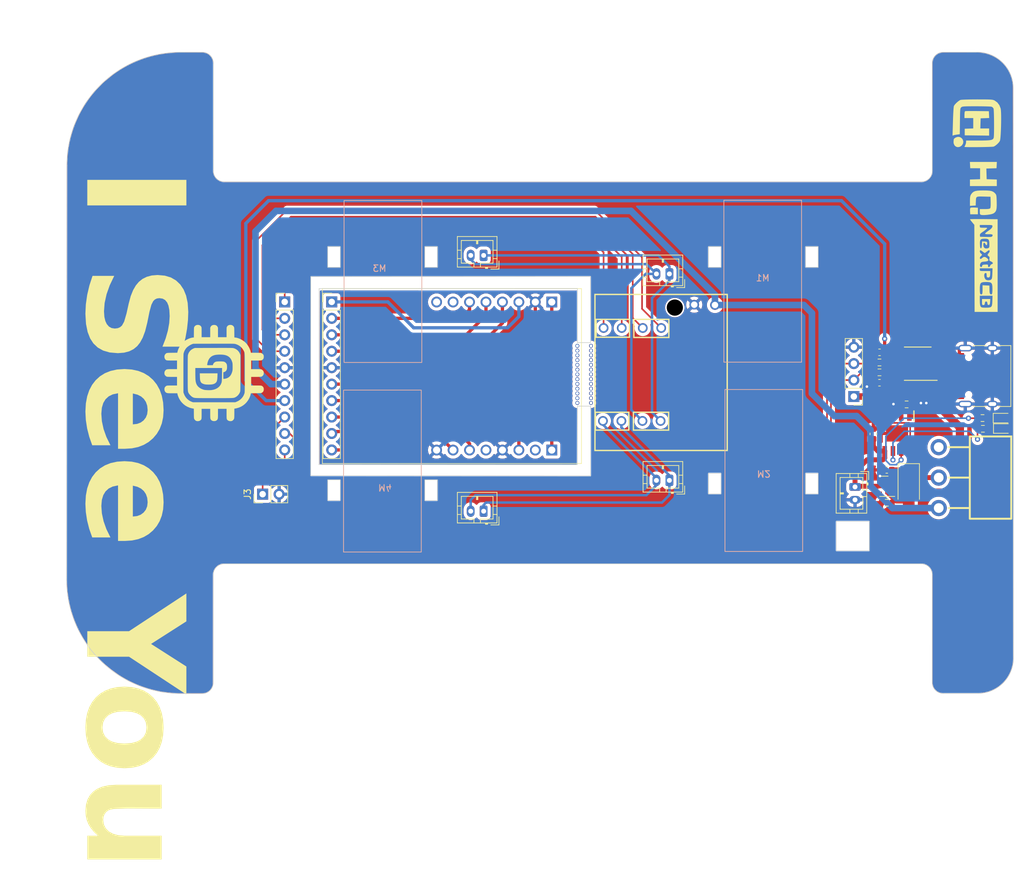
<source format=kicad_pcb>
(kicad_pcb (version 20240108) (generator "pcbnew") (generator_version "8.0")
  (layers (0 "F.Cu" signal) (31 "B.Cu" signal) (34 "B.Paste" user) (35 "F.Paste" user) (36 "B.SilkS" user "B.Silkscreen") (37 "F.SilkS" user "F.Silkscreen") (38 "B.Mask" user) (39 "F.Mask" user) (44 "Edge.Cuts" user))
  (net 0 "")
  (net 1 "Net-(D1-K)")
  (net 2 "GND")
  (net 3 "+BATT")
  (net 4 "Net-(U4-V3)")
  (net 5 "+3.3V")
  (net 6 "+5V")
  (net 7 "/IN4")
  (net 9 "/IN3")
  (net 10 "/IN2")
  (net 11 "/IN1")
  (net 12 "unconnected-(IC1-IO4-Pad1)")
  (net 13 "VBUS")
  (net 15 "/IN4a")
  (net 17 "/RX")
  (net 18 "/TX")
  (net 19 "Net-(IC2-PROG)")
  (net 20 "Net-(IC2-~{STDBY})")
  (net 21 "Net-(IC2-~{CHRG})")
  (net 23 "/D+")
  (net 24 "/D-")
  (net 28 "Net-(J4-Pin_1)")
  (net 29 "Net-(J4-Pin_2)")
  (net 30 "Net-(J5-Pin_1)")
  (net 31 "Net-(J5-Pin_2)")
  (net 32 "Net-(LED1-K)")
  (net 33 "Net-(LED2-K)")
  (net 34 "Net-(U4-RXD)")
  (net 35 "Net-(U4-TXD)")
  (net 41 "/IN3a")
  (net 42 "/IN2a")
  (net 43 "/IN1a")
  (net 44 "GND1")
  (net 45 "VDD")
  (net 46 "+3V3")
  (net 47 "/IO0")
  (net 48 "/RX1")
  (net 49 "/TX1")
  (net 50 "Net-(J3-Pin_1)")
  (footprint "Connector_JST:JST_PH_B2B-PH-K_1x02_P2.00mm_Vertical" (layer "F.Cu") (at 200.145 98.5625 -90)
    (property "Reference" "J2" (hide yes))
    (property "Value" " B2B-PH-SM4-TB(LF)(SN) ")
  )
  (footprint "ESP32-CAM:ESP32CAM" (layer "F.Cu") (at 137.9 81.45 -90)
    (property "Reference" "IC1" (hide yes))
    (property "Value" "ESP32-CAM" (hide yes))
  )
  (footprint "Connector_PinHeader_2.54mm:PinHeader_1x10_P2.54mm_Vertical" (layer "F.Cu") (at 119.34 70)
    (property "Reference" "J10" (hide yes))
    (property "Value" "Conn_01x10")
  )
  (footprint "LOGO" (layer "F.Cu") (at 101.18 81.03 -90)
    (property "Reference" "G***" (hide yes))
    (property "Value" "LOGO" (hide yes))
  )
  (footprint "Diode_SMD:D_SMA" (layer "F.Cu") (at 208.44 98.4925 -90)
    (property "Reference" "D1" (hide yes))
    (property "Value" "SS34")
  )
  (footprint "Connector_JST:JST_PH_B2B-PH-K_1x02_P2.00mm_Vertical" (layer "F.Cu") (at 142.8 102.32 180)
    (property "Reference" "J5" (hide yes))
    (property "Value" "Conn_01x02")
  )
  (footprint "tp4056:SOIC127P600X175-9N" (layer "F.Cu") (at 206.635 90.308 -90)
    (property "Reference" "IC2" (hide yes))
    (property "Value" "TP4056" (hide yes))
  )
  (footprint "Resistor_SMD:R_0603_1608Metric" (layer "F.Cu") (at 219.83 87.94 180)
    (property "Reference" "R1" (hide yes))
    (property "Value" "1.3K")
  )
  (footprint "Capacitor_SMD:C_0603_1608Metric" (layer "F.Cu") (at 203.93 77.79)
    (property "Reference" "C4" (hide yes))
    (property "Value" "0.1UF")
  )
  (footprint "Capacitor_SMD:C_0603_1608Metric" (layer "F.Cu") (at 202.975 90.388 90)
    (property "Reference" "C2" (hide yes))
    (property "Value" "10uF")
  )
  (footprint "Connector_JST:JST_PH_B2B-PH-K_1x02_P2.00mm_Vertical" (layer "F.Cu") (at 171.48 97.56 180)
    (property "Reference" "J7" (hide yes))
    (property "Value" "Conn_01x02")
  )
  (footprint "ch340k:ESSOP-10_3.9x4.9mm_P1.00mm" (layer "F.Cu") (at 209.83 79.54 180)
    (property "Reference" "U4" (hide yes))
    (property "Value" "ch340k")
  )
  (footprint "Capacitor_SMD:C_0603_1608Metric" (layer "F.Cu") (at 203.92 82.48)
    (property "Reference" "C3" (hide yes))
    (property "Value" "0.1uf")
  )
  (footprint "Connector_JST:JST_PH_B2B-PH-K_1x02_P2.00mm_Vertical" (layer "F.Cu") (at 142.8 62.82 180)
    (property "Reference" "J6" (hide yes))
    (property "Value" "Conn_01x02")
  )
  (footprint "LOGO" (layer "F.Cu") (at 218.99 55.16 -90)
    (property "Reference" "G***" (hide yes))
    (property "Value" "LOGO" (hide yes))
  )
  (footprint "Package_TO_SOT_SMD:SOT-23" (layer "F.Cu") (at 204.6025 98.47 180)
    (property "Reference" "U3" (hide yes))
    (property "Value" "AO3041")
  )
  (footprint "LED_SMD:LED_0603_1608Metric" (layer "F.Cu") (at 222.97 87.94)
    (property "Reference" "LED1" (hide yes))
    (property "Value" "CHG")
  )
  (footprint "Connector_PinHeader_2.54mm:PinHeader_1x04_P2.54mm_Vertical" (layer "F.Cu") (at 199.96 84.61 180)
    (property "Reference" "J8" (hide yes))
    (property "Value" "UART")
  )
  (footprint "Connector_PinHeader_2.54mm:PinHeader_1x10_P2.54mm_Vertical" (layer "F.Cu") (at 112.08 70)
    (property "Reference" "J9" (hide yes))
    (property "Value" "Conn_01x10")
  )
  (footprint "Connector_USB:USB_C_Receptacle_HRO_TYPE-C-31-M-12" (layer "F.Cu") (at 220.3 81.45 90)
    (property "Reference" "J1" (hide yes))
    (property "Value" "USB_C_Receptacle_USB2.0")
  )
  (footprint "Connector_PinHeader_2.54mm:PinHeader_1x02_P2.54mm_Vertical" (layer "F.Cu") (at 108.675 99.69 90)
    (property "Reference" "J3")
    (property "Value" "Conn_01x02")
  )
  (footprint "Capacitor_SMD:C_0603_1608Metric" (layer "F.Cu") (at 205.05 95.94 180)
    (property "Reference" "C1" (hide yes))
    (property "Value" "10u")
  )
  (footprint "Resistor_SMD:R_0603_1608Metric" (layer "F.Cu") (at 208.11 85.828)
    (property "Reference" "Rprog1" (hide yes))
    (property "Value" "1.2K")
  )
  (footprint "Resistor_SMD:R_0603_1608Metric" (layer "F.Cu") (at 203.92 80.88)
    (property "Reference" "R3" (hide yes))
    (property "Value" "1K")
  )
  (footprint "LED_SMD:LED_0603_1608Metric" (layer "F.Cu") (at 223.01 89.55)
    (property "Reference" "LED2" (hide yes))
    (property "Value" "CHG")
  )
  (footprint "Resistor_SMD:R_0603_1608Metric" (layer "F.Cu") (at 219.89 89.59 180)
    (property "Reference" "R2" (hide yes))
    (property "Value" "1.3K")
  )
  (footprint "mx1508:MX1508 Module" (layer "F.Cu") (at 180.52 81.43 180)
    (property "Reference" "U1" (hide yes))
    (property "Value" "MX1508")
  )
  (footprint "Connector_JST:JST_PH_B2B-PH-K_1x02_P2.00mm_Vertical" (layer "F.Cu") (at 171.48 65.68 180)
    (property "Reference" "J4" (hide yes))
    (property "Value" "Conn_01x02")
  )
  (footprint "Slide switch:SlideSwitch12mm3A" (layer "F.Cu") (at 213.0675 97.13 -90)
    (property "Reference" "SW1" (hide yes))
    (property "Value" "SW_SPDT")
  )
  (footprint "Resistor_SMD:R_0603_1608Metric" (layer "F.Cu") (at 205.05 101.01 180)
    (property "Reference" "U2" (hide yes))
    (property "Value" "100K")
  )
  (footprint "Resistor_SMD:R_0603_1608Metric" (layer "F.Cu") (at 203.92 79.35)
    (property "Reference" "R4" (hide yes))
    (property "Value" "1K")
  )
  (footprint "N20:N20" (layer "B.Cu") (at 185.89 66.81 180)
    (property "Reference" "M1")
    (property "Value" "~")
  )
  (footprint "N20:N20" (layer "B.Cu") (at 127.25 66.85 180)
    (property "Reference" "M3")
    (property "Value" "~")
  )
  (footprint "N20:N20" (layer "B.Cu") (at 186.06 96.03)
    (property "Reference" "M2")
    (property "Value" "~")
  )
  (footprint "N20:N20" (layer "B.Cu") (at 127.17 96.12)
    (property "Reference" "M4")
    (property "Value" "~")
  )
  (gr_line (start 210.392061 110.447939) (end 102.727939 110.447939) (stroke (width 0.1)) (layer "Edge.Cuts"))
  (gr_arc (start 99.38 31.45) (mid 100.567939 31.942061) (end 101.06 33.13) (stroke (width 0.1)) (layer "Edge.Cuts"))
  (gr_line (start 117.38 95.11) (end 157.25 95.13) (stroke (width 0.1)) (layer "Edge.Cuts"))
  (gr_line (start 157.26 67.94) (end 117.4 67.95) (stroke (width 0.1)) (layer "Edge.Cuts"))
  (gr_arc (start 212.072061 49.772061) (mid 211.58 50.96) (end 210.392061 51.452061) (stroke (width 0.1)) (layer "Edge.Cuts"))
  (gr_line (start 159.33 86.1) (end 159.33 96.58) (stroke (width 0.1)) (layer "Edge.Cuts"))
  (gr_rect (start 118.72 61.45) (end 120.67 64.67) (stroke (width 0.1)) (fill none) (layer "Edge.Cuts"))
  (gr_rect (start 192.5 61.45) (end 194.45 64.67) (stroke (width 0.1)) (fill none) (layer "Edge.Cuts"))
  (gr_line (start 224.61 124.73402) (end 224.58 37.002705) (stroke (width 0.1)) (layer "Edge.Cuts"))
  (gr_rect (start 118.72 97.47) (end 120.67 100.69) (stroke (width 0.1)) (fill none) (layer "Edge.Cuts"))
  (gr_line (start 116.09 96.85) (end 116.09 96.58) (stroke (width 0.1)) (layer "Edge.Cuts"))
  (gr_line (start 101.06 33.13) (end 101.067939 49.772061) (stroke (width 0.1)) (layer "Edge.Cuts"))
  (gr_line (start 116.11 66.38) (end 116.11 66.08) (stroke (width 0.1)) (layer "Edge.Cuts"))
  (gr_arc (start 224.61 124.73402) (mid 223.082717 128.761584) (end 219.12 130.45) (stroke (width 0.1)) (layer "Edge.Cuts"))
  (gr_line (start 157.26 67.94) (end 157.26 76.29) (stroke (width 0.1)) (layer "Edge.Cuts"))
  (gr_line (start 157.27 86.1) (end 157.25 95.13) (stroke (width 0.1)) (layer "Edge.Cuts"))
  (gr_arc (start 213.747939 130.452061) (mid 212.56 129.96) (end 212.067939 128.772061) (stroke (width 0.1)) (layer "Edge.Cuts"))
  (gr_line (start 117.4 67.95) (end 117.38 95.11) (stroke (width 0.1)) (layer "Edge.Cuts"))
  (gr_line (start 159.32 76.29) (end 157.26 76.29) (stroke (width 0.1)) (layer "Edge.Cuts"))
  (gr_line (start 159.33 86.1) (end 157.27 86.1) (stroke (width 0.1)) (layer "Edge.Cuts"))
  (gr_line (start 95.949999 31.450001) (end 99.38 31.45) (stroke (width 0.1)) (layer "Edge.Cuts"))
  (gr_line (start 219.12 130.45) (end 213.747939 130.452061) (stroke (width 0.1)) (layer "Edge.Cuts"))
  (gr_rect (start 177.5 61.45) (end 179.45 64.67) (stroke (width 0.1)) (fill none) (layer "Edge.Cuts"))
  (gr_arc (start 101.047939 112.127939) (mid 101.54 110.94) (end 102.727939 110.447939) (stroke (width 0.1)) (layer "Edge.Cuts"))
  (gr_line (start 78.440001 48.979869) (end 78.4 112.83) (stroke (width 0.1)) (layer "Edge.Cuts"))
  (gr_line (start 218.794613 31.446008) (end 213.747939 31.447939) (stroke (width 0.1)) (layer "Edge.Cuts"))
  (gr_arc (start 101.042061 128.802061) (mid 100.55 129.99) (end 99.362061 130.482061) (stroke (width 0.1)) (layer "Edge.Cuts"))
  (gr_line (start 101.047939 112.127939) (end 101.042061 128.802061) (stroke (width 0.1)) (layer "Edge.Cuts"))
  (gr_arc (start 212.067939 33.127939) (mid 212.56 31.94) (end 213.747939 31.447939) (stroke (width 0.1)) (layer "Edge.Cuts"))
  (gr_line (start 159.33 96.58) (end 159.33 96.88) (stroke (width 0.1)) (layer "Edge.Cuts"))
  (gr_arc (start 210.392061 110.447939) (mid 211.58 110.94) (end 212.072061 112.127939) (stroke (width 0.1)) (layer "Edge.Cuts"))
  (gr_rect (start 133.72 61.45) (end 135.67 64.67) (stroke (width 0.1)) (fill none) (layer "Edge.Cuts"))
  (gr_line (start 210.392061 51.452061) (end 102.747939 51.452061) (stroke (width 0.1)) (layer "Edge.Cuts"))
  (gr_line (start 116.11 66.08) (end 159.01 66.06) (stroke (width 0.1)) (layer "Edge.Cuts"))
  (gr_line (start 159.01 66.06) (end 159.31 66.06) (stroke (width 0.1)) (layer "Edge.Cuts"))
  (gr_arc (start 78.440001 48.979869) (mid 83.564465 36.588515) (end 95.949999 31.450001) (stroke (width 0.1)) (layer "Edge.Cuts"))
  (gr_arc (start 96.069964 130.48001) (mid 83.579549 125.314571) (end 78.4 112.83) (stroke (width 0.1)) (layer "Edge.Cuts"))
  (gr_rect (start 192.5 96.44) (end 194.45 99.66) (stroke (width 0.1)) (fill none) (layer "Edge.Cuts"))
  (gr_arc (start 218.794613 31.446008) (mid 222.871086 32.991858) (end 224.58 37.002705) (stroke (width 0.1)) (layer "Edge.Cuts"))
  (gr_line (start 212.067939 128.772061) (end 212.072061 112.127939) (stroke (width 0.1)) (layer "Edge.Cuts"))
  (gr_rect (start 177.5 96.44) (end 179.45 99.66) (stroke (width 0.1)) (fill none) (layer "Edge.Cuts"))
  (gr_line (start 116.11 66.38) (end 116.09 96.58) (stroke (width 0.1)) (layer "Edge.Cuts"))
  (gr_rect (start 197.23 103.86) (end 202.36 108.45) (stroke (width 0.1)) (fill none) (layer "Edge.Cuts"))
  (gr_line (start 159.31 66.06) (end 159.32 76.29) (stroke (width 0.1)) (layer "Edge.Cuts"))
  (gr_rect (start 133.72 97.47) (end 135.67 100.69) (stroke (width 0.1)) (fill none) (layer "Edge.Cuts"))
  (gr_line (start 212.067939 33.127939) (end 212.072061 49.772061) (stroke (width 0.1)) (layer "Edge.Cuts"))
  (gr_arc (start 102.747939 51.452061) (mid 101.56 50.96) (end 101.067939 49.772061) (stroke (width 0.1)) (layer "Edge.Cuts"))
  (gr_line (start 159.33 96.88) (end 116.09 96.85) (stroke (width 0.1)) (layer "Edge.Cuts"))
  (gr_line (start 99.362061 130.482061) (end 96.069964 130.48001) (stroke (width 0.1)) (layer "Edge.Cuts"))
  (gr_text "I See You" (at 79.05 49.23 270) (layer "F.SilkS") (effects (font (size 15 15) (thickness 0.2) (bold yes) (italic yes)) (justify left bottom)))
  (via (at 157.27 79.725) (size 0.6) (drill 0.4) (layers "F.Cu" "B.Cu") (net 0))
  (via (at 157.27 85.605) (size 0.6) (drill 0.4) (layers "F.Cu" "B.Cu") (net 0))
  (via (at 159.38 81.19) (size 0.6) (drill 0.4) (layers "F.Cu" "B.Cu") (net 0))
  (via (at 157.27 81.93) (size 0.6) (drill 0.4) (layers "F.Cu" "B.Cu") (net 0))
  (via (at 159.38 83.395) (size 0.6) (drill 0.4) (layers "F.Cu" "B.Cu") (net 0))
  (via (at 159.38 81.925) (size 0.6) (drill 0.4) (layers "F.Cu" "B.Cu") (net 0))
  (via (at 159.38 80.455) (size 0.6) (drill 0.4) (layers "F.Cu" "B.Cu") (net 0))
  (via (at 159.38 84.865) (size 0.6) (drill 0.4) (layers "F.Cu" "B.Cu") (net 0))
  (via (at 157.27 83.4) (size 0.6) (drill 0.4) (layers "F.Cu" "B.Cu") (net 0))
  (via (at 157.27 81.195) (size 0.6) (drill 0.4) (layers "F.Cu" "B.Cu") (net 0))
  (via (at 159.38 79.72) (size 0.6) (drill 0.4) (layers "F.Cu" "B.Cu") (net 0))
  (via (at 159.38 84.13) (size 0.6) (drill 0.4) (layers "F.Cu" "B.Cu") (net 0))
  (via (at 159.38 76.78) (size 0.6) (drill 0.4) (layers "F.Cu" "B.Cu") (net 0))
  (via (at 157.27 80.46) (size 0.6) (drill 0.4) (layers "F.Cu" "B.Cu") (net 0))
  (via (at 159.38 77.515) (size 0.6) (drill 0.4) (layers "F.Cu" "B.Cu") (net 0))
  (via (at 157.27 76.785) (size 0.6) (drill 0.4) (layers "F.Cu" "B.Cu") (net 0))
  (via (at 157.27 78.255) (size 0.6) (drill 0.4) (layers "F.Cu" "B.Cu") (net 0))
  (via (at 157.27 82.665) (size 0.6) (drill 0.4) (layers "F.Cu" "B.Cu") (net 0))
  (via (at 159.38 78.985) (size 0.6) (drill 0.4) (layers "F.Cu" "B.Cu") (net 0))
  (via (at 157.27 77.52) (size 0.6) (drill 0.4) (layers "F.Cu" "B.Cu") (net 0))
  (via (at 157.27 78.99) (size 0.6) (drill 0.4) (layers "F.Cu" "B.Cu") (net 0))
  (via (at 159.38 82.66) (size 0.6) (drill 0.4) (layers "F.Cu" "B.Cu") (net 0))
  (via (at 159.38 85.6) (size 0.6) (drill 0.4) (layers "F.Cu" "B.Cu") (net 0))
  (via (at 159.38 78.25) (size 0.6) (drill 0.4) (layers "F.Cu" "B.Cu") (net 0))
  (via (at 157.27 84.87) (size 0.6) (drill 0.4) (layers "F.Cu" "B.Cu") (net 0))
  (via (at 157.27 84.135) (size 0.6) (drill 0.4) (layers "F.Cu" "B.Cu") (net 0))
  (segment (start 205.54 96.225) (end 205.825 95.94) (width 0.762) (layer "F.Cu") (net 1))
  (segment (start 209.0775 97.13) (end 213.0675 97.13) (width 0.762) (layer "F.Cu") (net 1))
  (segment (start 205.825 95.94) (end 207.8875 95.94) (width 0.762) (layer "F.Cu") (net 1))
  (segment (start 207.8875 95.94) (end 208.44 96.4925) (width 0.762) (layer "F.Cu") (net 1))
  (segment (start 208.44 96.4925) (end 209.0775 97.13) (width 0.762) (layer "F.Cu") (net 1))
  (segment (start 205.54 97.52) (end 205.54 96.225) (width 0.762) (layer "F.Cu") (net 1))
  (via (at 211.15 85.62) (size 0.8) (drill 0.4) (layers "F.Cu" "B.Cu") (net 2))
  (via (at 210.32 85.62) (size 0.8) (drill 0.4) (layers "F.Cu" "B.Cu") (net 2))
  (via (at 204 96.89) (size 0.8) (drill 0.4) (layers "F.Cu" "B.Cu") (net 2))
  (via (at 201.98 83.08) (size 0.8) (drill 0.4) (layers "F.Cu" "B.Cu") (net 2))
  (via (at 206.08 85.78) (size 0.8) (drill 0.4) (layers "F.Cu" "B.Cu") (net 2))
  (segment (start 202.975 92.335) (end 202.975 91.163) (width 0.762) (layer "F.Cu") (net 3))
  (segment (start 204.73 94.1) (end 204.73 93.02) (width 0.762) (layer "F.Cu") (net 3))
  (segment (start 204.45 94.38) (end 204.73 94.1) (width 0.762) (layer "F.Cu") (net 3))
  (segment (start 203.665 98.47) (end 200.2375 98.47) (width 0.762) (layer "F.Cu") (net 3))
  (segment (start 204.73 93.02) (end 203.66 93.02) (width 0.762) (layer "F.Cu") (net 3))
  (segment (start 203.66 93.02) (end 202.975 92.335) (width 0.762) (layer "F.Cu") (net 3))
  (segment (start 200.145 98.5625) (end 200.145 96.245) (width 0.762) (layer "F.Cu") (net 3))
  (segment (start 202.01 94.38) (end 204.45 94.38) (width 0.762) (layer "F.Cu") (net 3))
  (segment (start 200.145 96.245) (end 202.01 94.38) (width 0.762) (layer "F.Cu") (net 3))
  (segment (start 200.2375 98.47) (end 200.145 98.5625) (width 0.762) (layer "F.Cu") (net 3))
  (segment (start 207.28 81.54) (end 206.5 81.54) (width 0.25) (layer "F.Cu") (net 4))
  (segment (start 206.5 81.54) (end 205.56 82.48) (width 0.25) (layer "F.Cu") (net 4))
  (segment (start 205.56 82.48) (end 204.695 82.48) (width 0.25) (layer "F.Cu") (net 4))
  (segment (start 204.72 75.69) (end 204.72 77.775) (width 0.508) (layer "F.Cu") (net 5))
  (segment (start 205.2 77.79) (end 205.95 78.54) (width 0.508) (layer "F.Cu") (net 5))
  (segment (start 204.72 77.775) (end 204.705 77.79) (width 0.508) (layer "F.Cu") (net 5))
  (segment (start 205.95 78.54) (end 207.28 78.54) (width 0.508) (layer "F.Cu") (net 5))
  (segment (start 204.705 77.79) (end 205.2 77.79) (width 0.508) (layer "F.Cu") (net 5))
  (via (at 204.72 75.69) (size 0.8) (drill 0.4) (layers "F.Cu" "B.Cu") (net 5))
  (segment (start 106.08 57.88) (end 109.59 54.37) (width 0.508) (layer "B.Cu") (net 5))
  (segment (start 106.08 82.11) (end 106.08 57.88) (width 0.508) (layer "B.Cu") (net 5))
  (segment (start 109.21 85.24) (end 106.08 82.11) (width 0.508) (layer "B.Cu") (net 5))
  (segment (start 109.59 54.37) (end 198.05 54.37) (width 0.508) (layer "B.Cu") (net 5))
  (segment (start 112.08 85.24) (end 109.21 85.24) (width 0.508) (layer "B.Cu") (net 5))
  (segment (start 198.05 54.37) (end 204.72 61.04) (width 0.508) (layer "B.Cu") (net 5))
  (segment (start 204.72 61.04) (end 204.72 75.69) (width 0.508) (layer "B.Cu") (net 5))
  (segment (start 218.32 80.31) (end 218.32 81.26) (width 0.381) (layer "F.Cu") (net 6))
  (segment (start 204.73 87.596) (end 204.73 86.01) (width 0.635) (layer "F.Cu") (net 6))
  (segment (start 205.405 88.6835) (end 204.73 88.0085) (width 0.25) (layer "F.Cu") (net 6))
  (segment (start 223.7575 89.51) (end 223.7975 89.55) (width 0.381) (layer "F.Cu") (net 6))
  (segment (start 223.76 87.9375) (end 223.7575 87.94) (width 0.381) (layer "F.Cu") (net 6))
  (segment (start 208.661 92.899) (end 208.661 88.871) (width 0.25) (layer "F.Cu") (net 6))
  (segment (start 206.6125 100.4925) (end 205.54 99.42) (width 1.27) (layer "F.Cu") (net 6))
  (segment (start 216.255 79) (end 217.01 79) (width 0.381) (layer "F.Cu") (net 6))
  (segment (start 209.4825 99.45) (end 208.44 100.4925) (width 1.27) (layer "F.Cu") (net 6))
  (segment (start 216.34 89.37) (end 216.34 98.24) (width 1.27) (layer "F.Cu") (net 6))
  (segment (start 218.32 81.26) (end 218.41 81.17) (width 0.381) (layer "F.Cu") (net 6))
  (segment (start 222.2 81.17) (end 223.76 82.73) (width 0.381) (layer "F.Cu") (net 6))
  (segment (start 215.13 99.45) (end 209.4825 99.45) (width 1.27) (layer "F.Cu") (net 6))
  (segment (start 218.41 81.17) (end 222.2 81.17) (width 0.381) (layer "F.Cu") (net 6))
  (segment (start 223.76 82.73) (end 223.76 87.9375) (width 0.381) (layer "F.Cu") (net 6))
  (segment (start 204.73 88.0085) (end 204.73 87.596) (width 0.25) (layer "F.Cu") (net 6))
  (segment (start 203.33 84.61) (end 199.96 84.61) (width 1.016) (layer "F.Cu") (net 6))
  (segment (start 204.73 87.596) (end 204.73 84.95) (width 1.016) (layer "F.Cu") (net 6))
  (segment (start 208.44 100.4925) (end 206.6125 100.4925) (width 1.27) (layer "F.Cu") (net 6))
  (segment (start 218.32 81.26) (end 218.32 82.63742) (width 0.381) (layer "F.Cu") (net 6))
  (segment (start 205.875 99.755) (end 205.54 99.42) (width 0.25) (layer "F.Cu") (net 6))
  (segment (start 205.875 101.01) (end 205.875 99.755) (width 0.25) (layer "F.Cu") (net 6))
  (segment (start 205.78 83.9) (end 213.35 83.9) (width 1.27) (layer "F.Cu") (net 6))
  (segment (start 218.32 82.63742) (end 217.05742 83.9) (width 0.381) (layer "F.Cu") (net 6))
  (segment (start 208.54 93.02) (end 208.661 92.899) (width 0.25) (layer "F.Cu") (net 6))
  (segment (start 208.661 88.871) (end 208.4735 88.6835) (width 0.25) (layer "F.Cu") (net 6))
  (segment (start 213.35 83.9) (end 213.35 86.38) (width 1.27) (layer "F.Cu") (net 6))
  (segment (start 216.34 98.24) (end 215.13 99.45) (width 1.27) (layer "F.Cu") (net 6))
  (segment (start 217.01 79) (end 218.32 80.31) (width 0.381) (layer "F.Cu") (net 6))
  (segment (start 204.73 84.95) (end 205.78 83.9) (width 1.27) (layer "F.Cu") (net 6))
  (segment (start 213.35 86.38) (end 216.34 89.37) (width 1.27) (layer "F.Cu") (net 6))
  (segment (start 217.05742 83.9) (end 216.255 83.9) (width 0.381) (layer "F.Cu") (net 6))
  (segment (start 213.35 83.9) (end 216.255 83.9) (width 0.5842) (layer "F.Cu") (net 6))
  (segment (start 208.4735 88.6835) (end 205.405 88.6835) (width 0.25) (layer "F.Cu") (net 6))
  (segment (start 204.73 86.01) (end 203.33 84.61) (width 1.016) (layer "F.Cu") (net 6))
  (segment (start 223.7575 87.94) (end 223.7575 89.51) (width 0.381) (layer "F.Cu") (net 6))
  (segment (start 161.32 62.35) (end 161.32 74.03) (width 0.25) (layer "F.Cu") (net 7))
  (segment (start 112.08 70) (end 112.08 61.97) (width 0.25) (layer "F.Cu") (net 7))
  (segment (start 114.68 59.37) (end 158.34 59.37) (width 0.25) (layer "F.Cu") (net 7))
  (segment (start 158.34 59.37) (end 161.32 62.35) (width 0.25) (layer "F.Cu") (net 7))
  (segment (start 112.08 61.97) (end 114.68 59.37) (width 0.25) (layer "F.Cu") (net 7))
  (segment (start 113.49 58.11) (end 159.17 58.11) (width 0.25) (layer "F.Cu") (net 9))
  (segment (start 112.08 72.54) (end 110.5 72.54) (width 0.25) (layer "F.Cu") (net 9))
  (segment (start 159.17 58.11) (end 164.12 63.06) (width 0.25) (layer "F.Cu") (net 9))
  (segment (start 164.12 63.06) (end 164.12 74.03) (width 0.25) (layer "F.Cu") (net 9))
  (segment (start 110.5 72.54) (end 109.49 71.53) (width 0.25) (layer "F.Cu") (net 9))
  (segment (start 109.49 71.53) (end 109.49 62.11) (width 0.25) (layer "F.Cu") (net 9))
  (segment (start 109.49 62.11) (end 113.49 58.11) (width 0.25) (layer "F.Cu") (net 9))
  (segment (start 113.05 56.84) (end 160.05 56.84) (width 0.25) (layer "F.Cu") (net 10))
  (segment (start 160.05 56.84) (end 165.82 62.61) (width 0.25) (layer "F.Cu") (net 10))
  (segment (start 165.82 62.61) (end 165.82 72.48) (width 0.25) (layer "F.Cu") (net 10))
  (segment (start 108.64 74.28) (end 108.64 61.25) (width 0.25) (layer "F.Cu") (net 10))
  (segment (start 109.44 75.08) (end 108.64 74.28) (width 0.25) (layer "F.Cu") (net 10))
  (segment (start 112.08 75.08) (end 109.44 75.08) (width 0.25) (layer "F.Cu") (net 10))
  (segment (start 165.82 72.48) (end 167.37 74.03) (width 0.25) (layer "F.Cu") (net 10))
  (segment (start 108.64 61.25) (end 113.05 56.84) (width 0.25) (layer "F.Cu") (net 10))
  (segment (start 112.08 77.62) (end 109.61 77.62) (width 0.25) (layer "F.Cu") (net 11))
  (segment (start 112.47 55.77) (end 159.91 55.77) (width 0.25) (layer "F.Cu") (net 11))
  (segment (start 167.26 63.12) (end 167.26 71.07) (width 0.25) (layer "F.Cu") (net 11))
  (segment (start 109.61 77.62) (end 107.66 75.67) (width 0.25) (layer "F.Cu") (net 11))
  (segment (start 159.91 55.77) (end 167.26 63.12) (width 0.25) (layer "F.Cu") (net 11))
  (segment (start 107.66 75.67) (end 107.66 60.58) (width 0.25) (layer "F.Cu") (net 11))
  (segment (start 107.66 60.58) (end 112.47 55.77) (width 0.25) (layer "F.Cu") (net 11))
  (segment (start 167.26 71.07) (end 170.22 74.03) (width 0.25) (layer "F.Cu") (net 11))
  (segment (start 135.52 70) (end 135.54 70.02) (width 0.25) (layer "F.Cu") (net 12))
  (segment (start 178.52 68.92) (end 165.55 55.95) (width 1.016) (layer "B.Cu") (net 13))
  (segment (start 109.97 82.7) (end 112.08 82.7) (width 1.016) (layer "B.Cu") (net 13))
  (segment (start 107.57 80.3) (end 109.97 82.7) (width 1.016) (layer "B.Cu") (net 13))
  (segment (start 200.39 87.63) (end 196.97 87.63) (width 1.016) (layer "B.Cu") (net 13))
  (segment (start 107.57 59.12) (end 107.57 80.3) (width 1.016) (layer "B.Cu") (net 13))
  (segment (start 202.53 98.45) (end 202.53 89.77) (width 1.016) (layer "B.Cu") (net 13))
  (segment (start 110.74 55.95) (end 107.57 59.12) (width 1.016) (layer "B.Cu") (net 13))
  (segment (start 178.52 70.48) (end 178.52 68.92) (width 1.016) (layer "B.Cu") (net 13))
  (segment (start 192.24 70.48) (end 178.52 70.48) (width 1.016) (layer "B.Cu") (net 13))
  (segment (start 196.97 87.63) (end 193.49 84.15) (width 1.016) (layer "B.Cu") (net 13))
  (segment (start 193.49 84.15) (end 193.49 71.73) (width 1.016) (layer "B.Cu") (net 13))
  (segment (start 165.55 55.95) (end 110.74 55.95) (width 1.016) (layer "B.Cu") (net 13))
  (segment (start 213.0675 101.83) (end 205.91 101.83) (width 1.016) (layer "B.Cu") (net 13))
  (segment (start 202.53 89.77) (end 200.39 87.63) (width 1.016) (layer "B.Cu") (net 13))
  (segment (start 193.49 71.73) (end 192.24 70.48) (width 1.016) (layer "B.Cu") (net 13))
  (segment (start 205.91 101.83) (end 202.53 98.45) (width 1.016) (layer "B.Cu") (net 13))
  (segment (start 128 70) (end 132 74) (width 0.508) (layer "B.Cu") (net 15))
  (segment (start 119.34 70) (end 128 70) (width 0.508) (layer "B.Cu") (net 15))
  (segment (start 148.24 72.26) (end 148.24 70.02) (width 0.508) (layer "B.Cu") (net 15))
  (segment (start 132 74) (end 146.5 74) (width 0.508) (layer "B.Cu") (net 15))
  (segment (start 146.5 74) (end 148.24 72.26) (width 0.508) (layer "B.Cu") (net 15))
  (segment (start 196.75 79.53) (end 199.96 79.53) (width 0.25) (layer "F.Cu") (net 17))
  (segment (start 202.915 79.53) (end 203.095 79.35) (width 0.25) (layer "F.Cu") (net 17))
  (segment (start 113.81 91.28) (end 113.81 100.63) (width 0.25) (layer "F.Cu") (net 17))
  (segment (start 112.85 90.32) (end 113.81 91.28) (width 0.25) (layer "F.Cu") (net 17))
  (segment (start 177.86 106.38) (end 195.82 88.42) (width 0.25) (layer "F.Cu") (net 17))
  (segment (start 199.96 79.53) (end 202.915 79.53) (width 0.25) (layer "F.Cu") (net 17))
  (segment (start 113.81 100.63) (end 119.56 106.38) (width 0.25) (layer "F.Cu") (net 17))
  (segment (start 119.56 106.38) (end 177.86 106.38) (width 0.25) (layer "F.Cu") (net 17))
  (segment (start 195.82 88.42) (end 195.82 80.46) (width 0.25) (layer "F.Cu") (net 17))
  (segment (start 112.08 90.32) (end 112.85 90.32) (width 0.25) (layer "F.Cu") (net 17))
  (segment (start 195.82 80.46) (end 196.75 79.53) (width 0.25) (layer "F.Cu") (net 17))
  (segment (start 197.59 82.07) (end 199.96 82.07) (width 0.25) (layer "F.Cu") (net 18))
  (segment (start 112.08 92.86) (end 112.08 95.28) (width 0.25) (layer "F.Cu") (net 18))
  (segment (start 119.703604 107.16) (end 178.03 107.16) (width 0.25) (layer "F.Cu") (net 18))
  (segment (start 178.03 107.16) (end 196.43 88.76) (width 0.25) (layer "F.Cu") (net 18))
  (segment (start 113.12 100.576396) (end 119.703604 107.16) (width 0.25) (layer "F.Cu") (net 18))
  (segment (start 113.12 96.32) (end 113.12 100.576396) (width 0.25) (layer "F.Cu") (net 18))
  (segment (start 203.095 80.88) (end 201.15 80.88) (width 0.25) (layer "F.Cu") (net 18))
  (segment (start 196.43 83.23) (end 197.59 82.07) (width 0.25) (layer "F.Cu") (net 18))
  (segment (start 196.43 88.76) (end 196.43 83.23) (width 0.25) (layer "F.Cu") (net 18))
  (segment (start 112.08 95.28) (end 113.12 96.32) (width 0.25) (layer "F.Cu") (net 18))
  (segment (start 201.15 80.88) (end 199.96 82.07) (width 0.25) (layer "F.Cu") (net 18))
  (segment (start 207.285 85.828) (end 207.285 87.581) (width 0.25) (layer "F.Cu") (net 19))
  (segment (start 207.285 87.581) (end 207.27 87.596) (width 0.25) (layer "F.Cu") (net 19))
  (segment (start 219.06 89.595) (end 219.065 89.59) (width 0.25) (layer "F.Cu") (net 20))
  (segment (start 206 93.02) (end 206 94.41) (width 0.25) (layer "F.Cu") (net 20))
  (segment (start 219.06 91.21) (end 219.06 89.595) (width 0.25) (layer "F.Cu") (net 20))
  (via (at 219.06 91.21) (size 0.8) (drill 0.4) (layers "F.Cu" "B.Cu") (net 20))
  (via (at 206 94.41) (size 0.8) (drill 0.4) (layers "F.Cu" "B.Cu") (net 20))
  (segment (start 207.75 89.98) (end 217.83 89.98) (width 0.25) (layer "B.Cu") (net 20))
  (segment (start 217.83 89.98) (end 219.06 91.21) (width 0.25) (layer "B.Cu") (net 20))
  (segment (start 206 94.41) (end 206 91.73) (width 0.25) (layer "B.Cu") (net 20))
  (segment (start 206 91.73) (end 207.75 89.98) (width 0.25) (layer "B.Cu") (net 20))
  (segment (start 218.985 87.96) (end 219.005 87.94) (width 0.25) (layer "F.Cu") (net 21))
  (segment (start 217.66 87.96) (end 218.985 87.96) (width 0.25) (layer "F.Cu") (net 21))
  (segment (start 207.27 94.39) (end 207.26 94.4) (width 0.25) (layer "F.Cu") (net 21))
  (segment (start 207.27 93.02) (end 207.27 94.39) (width 0.25) (layer "F.Cu") (net 21))
  (via (at 217.66 87.96) (size 0.8) (drill 0.4) (layers "F.Cu" "B.Cu") (net 21))
  (via (at 207.26 94.4) (size 0.8) (drill 0.4) (layers "F.Cu" "B.Cu") (net 21))
  (segment (start 204.91 94.49) (end 204.91 90.75) (width 0.25) (layer "B.Cu") (net 21))
  (segment (start 204.91 90.75) (end 207.7 87.96) (width 0.25) (layer "B.Cu") (net 21))
  (segment (start 205.555 95.135) (end 204.97 94.55) (width 0.25) (layer "B.Cu") (net 21))
  (segment (start 204.97 94.55) (end 204.91 94.49) (width 0.25) (layer "B.Cu") (net 21))
  (segment (start 206.525 95.135) (end 205.555 95.135) (width 0.25) (layer "B.Cu") (net 21))
  (segment (start 207.26 94.4) (end 206.525 95.135) (width 0.25) (layer "B.Cu") (net 21))
  (segment (start 207.7 87.96) (end 217.66 87.96) (width 0.25) (layer "B.Cu") (net 21))
  (segment (start 212.54 81.7) (end 212.38 81.54) (width 0.2) (layer "F.Cu") (net 23))
  (segment (start 217.35 81.7) (end 216.255 81.7) (width 0.2) (layer "F.Cu") (net 23))
  (segment (start 217.53 81.52) (end 217.35 81.7) (width 0.2) (layer "F.Cu") (net 23))
  (segment (start 216.255 80.7) (end 217.29 80.7) (width 0.2) (layer "F.Cu") (net 23))
  (segment (start 217.53 80.94) (end 217.53 81.52) (width 0.2) (layer "F.Cu") (net 23))
  (segment (start 217.29 80.7) (end 217.53 80.94) (width 0.2) (layer "F.Cu") (net 23))
  (segment (start 216.255 81.7) (end 212.54 81.7) (width 0.2) (layer "F.Cu") (net 23))
  (segment (start 213.82 80.54) (end 212.38 80.54) (width 0.2) (layer "F.Cu") (net 24))
  (segment (start 211.64 80.54) (end 211.43 80.75) (width 0.2) (layer "F.Cu") (net 24))
  (segment (start 214.48 81.2) (end 213.82 80.54) (width 0.2) (layer "F.Cu") (net 24))
  (segment (start 211.74 82.2) (end 216.255 82.2) (width 0.2) (layer "F.Cu") (net 24))
  (segment (start 212.38 80.54) (end 211.64 80.54) (width 0.2) (layer "F.Cu") (net 24))
  (segment (start 216.255 81.2) (end 214.48 81.2) (width 0.2) (layer "F.Cu") (net 24))
  (segment (start 211.43 80.75) (end 211.43 81.89) (width 0.2) (layer "F.Cu") (net 24))
  (segment (start 211.43 81.89) (end 211.74 82.2) (width 0.2) (layer "F.Cu") (net 24))
  (segment (start 171.48 66.72) (end 168.8 69.4) (width 0.381) (layer "B.Cu") (net 28))
  (segment (start 171.48 65.68) (end 171.48 66.72) (width 0.381) (layer "B.Cu") (net 28))
  (segment (start 169.78 62.82) (end 171.48 64.52) (width 0.381) (layer "B.Cu") (net 28))
  (segment (start 142.8 62.82) (end 169.78 62.82) (width 0.381) (layer "B.Cu") (net 28))
  (segment (start 171.48 64.52) (end 171.48 65.68) (width 0.381) (layer "B.Cu") (net 28))
  (segment (start 168.8 69.4) (end 168.8 87.06) (width 0.381) (layer "B.Cu") (net 28))
  (segment (start 168.8 87.06) (end 170.12 88.38) (width 0.381) (layer "B.Cu") (net 28))
  (segment (start 165.61 67.89) (end 165.61 86.67) (width 0.381) (layer "B.Cu") (net 29))
  (segment (start 140.8 63.44) (end 141.53 64.17) (width 0.381) (layer "B.Cu") (net 29))
  (segment (start 140.8 62.82) (end 140.8 63.44) (width 0.381) (layer "B.Cu") (net 29))
  (segment (start 169.48 65.68) (end 167.82 65.68) (width 0.381) (layer "B.Cu") (net 29))
  (segment (start 167.97 64.17) (end 169.48 65.68) (width 0.381) (layer "B.Cu") (net 29))
  (segment (start 167.82 65.68) (end 165.61 67.89) (width 0.381) (layer "B.Cu") (net 29))
  (segment (start 141.53 64.17) (end 167.97 64.17) (width 0.381) (layer "B.Cu") (net 29))
  (segment (start 165.61 86.67) (end 167.32 88.38) (width 0.381) (layer "B.Cu") (net 29))
  (segment (start 171.48 96.79) (end 171.48 97.56) (width 0.381) (layer "B.Cu") (net 30))
  (segment (start 143.18 100.98) (end 142.8 101.36) (width 0.381) (layer "B.Cu") (net 30))
  (segment (start 164.07 88.38) (end 164.07 89.38) (width 0.381) (layer "B.Cu") (net 30))
  (segment (start 164.07 89.38) (end 171.48 96.79) (width 0.381) (layer "B.Cu") (net 30))
  (segment (start 170.34 100.98) (end 143.18 100.98) (width 0.381) (layer "B.Cu") (net 30))
  (segment (start 171.48 99.84) (end 170.34 100.98) (width 0.381) (layer "B.Cu") (net 30))
  (segment (start 142.8 101.36) (end 142.8 102.32) (width 0.381) (layer "B.Cu") (net 30))
  (segment (start 171.48 97.56) (end 171.48 99.84) (width 0.381) (layer "B.Cu") (net 30))
  (segment (start 169.48 97.56) (end 169.48 98.3) (width 0.381) (layer "B.Cu") (net 31))
  (segment (start 141.55 99.84) (end 140.8 100.59) (width 0.381) (layer "B.Cu") (net 31))
  (segment (start 169.48 98.3) (end 167.94 99.84) (width 0.381) (layer "B.Cu") (net 31))
  (segment (start 161.22 88.38) (end 161.22 88.94) (width 0.381) (layer "B.Cu") (net 31))
  (segment (start 140.8 100.59) (end 140.8 102.32) (width 0.381) (layer "B.Cu") (net 31))
  (segment (start 169.48 97.2) (end 169.48 97.56) (width 0.381) (layer "B.Cu") (net 31))
  (segment (start 161.22 88.94) (end 169.48 97.2) (width 0.381) (layer "B.Cu") (net 31))
  (segment (start 167.94 99.84) (end 141.55 99.84) (width 0.381) (layer "B.Cu") (net 31))
  (segment (start 222.1825 87.94) (end 220.655 87.94) (width 0.25) (layer "F.Cu") (net 32))
  (segment (start 220.755 89.55) (end 220.715 89.59) (width 0.25) (layer "F.Cu") (net 33))
  (segment (start 222.2225 89.55) (end 220.755 89.55) (width 0.25) (layer "F.Cu") (net 33))
  (segment (start 207.28 80.54) (end 205.085 80.54) (width 0.25) (layer "F.Cu") (net 34))
  (segment (start 205.085 80.54) (end 204.745 80.88) (width 0.25) (layer "F.Cu") (net 34))
  (segment (start 207.28 79.54) (end 204.935 79.54) (width 0.25) (layer "F.Cu") (net 35))
  (segment (start 204.935 79.54) (end 204.745 79.35) (width 0.25) (layer "F.Cu") (net 35))
  (segment (start 140.62 71.22) (end 140.62 70.02) (width 0.508) (layer "F.Cu") (net 41))
  (segment (start 139.3 72.54) (end 140.62 71.22) (width 0.508) (layer "F.Cu") (net 41))
  (segment (start 119.34 72.54) (end 139.3 72.54) (width 0.508) (layer "F.Cu") (net 41))
  (segment (start 140.12 75.08) (end 143.16 72.04) (width 0.508) (layer "F.Cu") (net 42))
  (segment (start 143.16 72.04) (end 143.16 70.02) (width 0.508) (layer "F.Cu") (net 42))
  (segment (start 119.34 75.08) (end 140.12 75.08) (width 0.508) (layer "F.Cu") (net 42))
  (segment (start 119.34 77.62) (end 141.34 77.62) (width 0.508) (layer "F.Cu") (net 43))
  (segment (start 145.7 73.26) (end 145.7 70.02) (width 0.508) (layer "F.Cu") (net 43))
  (segment (start 141.34 77.62) (end 145.7 73.26) (width 0.508) (layer "F.Cu") (net 43))
  (segment (start 150.78 74.24) (end 150.78 70.02) (width 0.508) (layer "F.Cu") (net 44))
  (segment (start 144.86 80.16) (end 150.78 74.24) (width 0.508) (layer "F.Cu") (net 44))
  (segment (start 119.34 80.16) (end 144.86 80.16) (width 0.508) (layer "F.Cu") (net 44))
  (segment (start 146.55 82.7) (end 153.32 75.93) (width 0.508) (layer "F.Cu") (net 45))
  (segment (start 153.32 75.93) (end 153.32 70.02) (width 0.508) (layer "F.Cu") (net 45))
  (segment (start 119.34 82.7) (end 146.55 82.7) (width 0.508) (layer "F.Cu") (net 45))
  (segment (start 149.11 85.24) (end 153.32 89.45) (width 0.508) (layer "F.Cu") (net 46))
  (segment (start 119.34 85.24) (end 149.11 85.24) (width 0.508) (layer "F.Cu") (net 46))
  (segment (start 153.32 89.45) (end 153.32 92.88) (width 0.508) (layer "F.Cu") (net 46))
  (segment (start 145.67 87.78) (end 148.28 90.39) (width 0.508) (layer "F.Cu") (net 47))
  (segment (start 119.34 87.78) (end 145.67 87.78) (width 0.508) (layer "F.Cu") (net 47))
  (segment (start 148.28 90.39) (end 148.24 90.43) (width 0.508) (layer "F.Cu") (net 47))
  (segment (start 148.24 90.43) (end 148.24 92.88) (width 0.508) (layer "F.Cu") (net 47))
  (segment (start 138.75 90.02) (end 140.62 91.89) (width 0.508) (layer "F.Cu") (net 48))
  (segment (start 119.34 90.32) (end 119.64 90.02) (width 0.508) (layer "F.Cu") (net 48))
  (segment (start 140.62 91.89) (end 140.62 92.88) (width 0.508) (layer "F.Cu") (net 48))
  (segment (start 119.64 90.02) (end 138.75 90.02) (width 0.508) (layer "F.Cu") (net 48))
  (segment (start 130.31 92.86) (end 132.15 91.02) (width 0.508) (layer "F.Cu") (net 49))
  (segment (start 119.34 92.86) (end 130.31 92.86) (width 0.508) (layer "F.Cu") (net 49))
  (segment (start 136.22 91.02) (end 138.08 92.88) (width 0.508) (layer "F.Cu") (net 49))
  (segment (start 132.15 91.02) (end 136.22 91.02) (width 0.508) (layer "F.Cu") (net 49))
  (segment (start 108.675 91.185) (end 108.675 99.69) (width 0.25) (layer "F.Cu") (net 50))
  (segment (start 112.08 87.78) (end 108.675 91.185) (width 0.25) (layer "F.Cu") (net 50))
  (zone (net 44) (net_name "GND1") (layers "F&B.Cu") (priority 1) (connect_pads (clearance 0.5)) (min_thickness 0.25) (fill yes (thermal_gap 0.5) (thermal_bridge_width 0.5))
    (polygon (pts (xy 117.52 68.23) (xy 158.84 68.25) (xy 158.84 95.53) (xy 117.49 95.58)))
  )
  (zone (net 2) (net_name "GND") (layers "F&B.Cu") (connect_pads (clearance 0.5)) (min_thickness 0.25) (fill yes (thermal_gap 0.5) (thermal_bridge_width 0.5))
    (polygon (pts (xy 78.49 48.88) (xy 78.6 46.86) (xy 78.95 44.91) (xy 79.55 42.93) (xy 80.39 41.04) (xy 81.38 39.3) (xy 82.64 37.64) (xy 84.08 36.15) (xy 85.67 34.85) (xy 86.72 34.14) (xy 87.9 33.46) (xy 89.12 32.88) (xy 90.4 32.4) (xy 91.64 32.04) (xy 92.84 31.78) (xy 94.14 31.6) (xy 95.44 31.49) (xy 99.42 31.5) (xy 99.64 31.52) (xy 99.86 31.57) (xy 100.1 31.67) (xy 100.31 31.79) (xy 100.51 31.95) (xy 100.66 32.11) (xy 100.8 32.32) (xy 100.94 32.64) (xy 101.01 32.98) (xy 101.02 49.82) (xy 101.05 50.12) (xy 101.14 50.41) (xy 101.31 50.74) (xy 101.53 50.99) (xy 101.8 51.21) (xy 102.09 51.37) (xy 102.405 51.47) (xy 102.72 51.51) (xy 210.4 51.5) (xy 210.69 51.48) (xy 210.99 51.4) (xy 211.29 51.25) (xy 211.49 51.11) (xy 211.7 50.91) (xy 211.83 50.74) (xy 211.95 50.53) (xy 212.05 50.28) (xy 212.11 50.01) (xy 212.12 33.1) (xy 212.13 32.82) (xy 212.23 32.52) (xy 212.36 32.27) (xy 212.53 32.03) (xy 212.77 31.81) (xy 213.02 31.66) (xy 213.29 31.55) (xy 213.62 31.5) (xy 219.24 31.49) (xy 219.71 31.53) (xy 220.22 31.62) (xy 220.84 31.8) (xy 221.34 32) (xy 221.82 32.26) (xy 222.3 32.58) (xy 222.75 32.94) (xy 223.19 33.4) (xy 223.66 34.02) (xy 223.93 34.48) (xy 224.15 34.98) (xy 224.33 35.51) (xy 224.45 36.08) (xy 224.5 36.5) (xy 224.5 37.5) (xy 224.56 125.18) (xy 224.52 125.655) (xy 224.43 126.13) (xy 224.3 126.61) (xy 224.14 127.05) (xy 223.91 127.55) (xy 223.62 128.03) (xy 223.27 128.48) (xy 222.91 128.88) (xy 222.48 129.25) (xy 222.01 129.57) (xy 221.54 129.83) (xy 221.05 130.06) (xy 220.58 130.21) (xy 220.11 130.3) (xy 219.64 130.38) (xy 219.17 130.4) (xy 213.71 130.4) (xy 213.39 130.37) (xy 213.07 130.26) (xy 212.8 130.11) (xy 212.55 129.88) (xy 212.37 129.65) (xy 212.23 129.37) (xy 212.15 129.08) (xy 212.12 128.935) (xy 212.12 128.79) (xy 212.12 113.08) (xy 212.12 112.12) (xy 212.06 111.66) (xy 211.87 111.21) (xy 211.58 110.88) (xy 211.24 110.62) (xy 210.799512 110.45) (xy 210.42 110.4) (xy 102.71 110.4) (xy 102.56 110.41) (xy 102.41 110.43) (xy 102.26 110.47) (xy 102.12 110.51) (xy 101.81 110.66) (xy 101.53 110.88) (xy 101.3 111.15) (xy 101.14 111.45) (xy 101.04 111.77) (xy 101 112.1) (xy 100.99 128.81) (xy 100.96 129.16) (xy 100.83 129.51) (xy 100.65 129.81) (xy 100.41 130.05) (xy 100.14 130.24) (xy 99.83 130.36) (xy 99.52 130.42) (xy 99.2 130.43) (xy 96.53 130.43) (xy 95.61 130.43) (xy 94.74 130.37) (xy 93.01 130.17) (xy 91.28 129.77) (xy 89.62 129.22) (xy 88.03 128.5) (xy 86.62 127.69) (xy 85.29 126.73) (xy 83.99 125.66) (xy 82.79 124.44) (xy 81.79 123.17) (xy 80.94 121.82) (xy 80.19 120.5) (xy 79.59 119.06) (xy 79.13 117.68) (xy 78.77 116.21) (xy 78.54 114.59) (xy 78.45 112.97)))
  )
)
</source>
